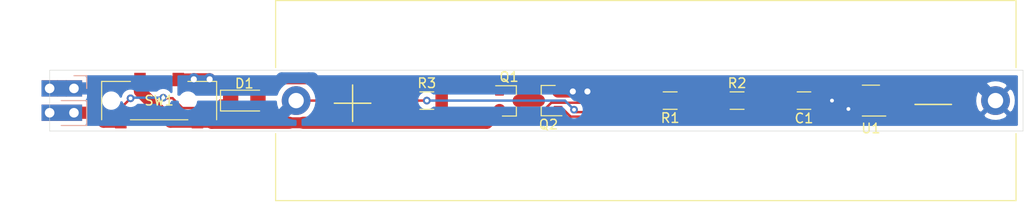
<source format=kicad_pcb>
(kicad_pcb (version 20171130) (host pcbnew "(5.1.8)-1")

  (general
    (thickness 1.6)
    (drawings 4)
    (tracks 95)
    (zones 0)
    (modules 11)
    (nets 12)
  )

  (page A4)
  (layers
    (0 F.Cu signal)
    (31 B.Cu signal)
    (32 B.Adhes user)
    (33 F.Adhes user)
    (34 B.Paste user)
    (35 F.Paste user)
    (36 B.SilkS user)
    (37 F.SilkS user)
    (38 B.Mask user)
    (39 F.Mask user)
    (40 Dwgs.User user)
    (41 Cmts.User user)
    (42 Eco1.User user)
    (43 Eco2.User user)
    (44 Edge.Cuts user)
    (45 Margin user)
    (46 B.CrtYd user)
    (47 F.CrtYd user)
    (48 B.Fab user)
    (49 F.Fab user)
  )

  (setup
    (last_trace_width 0.25)
    (user_trace_width 0.254)
    (user_trace_width 0.762)
    (user_trace_width 1.27)
    (trace_clearance 0.2)
    (zone_clearance 0.254)
    (zone_45_only no)
    (trace_min 0.2)
    (via_size 0.8)
    (via_drill 0.4)
    (via_min_size 0.4)
    (via_min_drill 0.3)
    (user_via 1.27 0.635)
    (uvia_size 0.3)
    (uvia_drill 0.1)
    (uvias_allowed no)
    (uvia_min_size 0.2)
    (uvia_min_drill 0.1)
    (edge_width 0.05)
    (segment_width 0.2)
    (pcb_text_width 0.3)
    (pcb_text_size 1.5 1.5)
    (mod_edge_width 0.12)
    (mod_text_size 1 1)
    (mod_text_width 0.15)
    (pad_size 1.524 1.524)
    (pad_drill 0.762)
    (pad_to_mask_clearance 0)
    (aux_axis_origin 0 0)
    (visible_elements 7FFFFFFF)
    (pcbplotparams
      (layerselection 0x010fc_ffffffff)
      (usegerberextensions false)
      (usegerberattributes true)
      (usegerberadvancedattributes true)
      (creategerberjobfile true)
      (excludeedgelayer true)
      (linewidth 0.100000)
      (plotframeref false)
      (viasonmask false)
      (mode 1)
      (useauxorigin false)
      (hpglpennumber 1)
      (hpglpenspeed 20)
      (hpglpendiameter 15.000000)
      (psnegative false)
      (psa4output false)
      (plotreference true)
      (plotvalue true)
      (plotinvisibletext false)
      (padsonsilk false)
      (subtractmaskfromsilk false)
      (outputformat 1)
      (mirror false)
      (drillshape 1)
      (scaleselection 1)
      (outputdirectory ""))
  )

  (net 0 "")
  (net 1 -BATT)
  (net 2 +BATT)
  (net 3 "Net-(C1-Pad2)")
  (net 4 "Net-(D1-Pad2)")
  (net 5 GND)
  (net 6 SWITCH)
  (net 7 "Net-(Q1-Pad3)")
  (net 8 "Net-(R1-Pad1)")
  (net 9 "Net-(U1-Pad4)")
  (net 10 "Net-(Q1-Pad1)")
  (net 11 "Net-(Q2-Pad1)")

  (net_class Default "This is the default net class."
    (clearance 0.2)
    (trace_width 0.25)
    (via_dia 0.8)
    (via_drill 0.4)
    (uvia_dia 0.3)
    (uvia_drill 0.1)
    (add_net +BATT)
    (add_net -BATT)
    (add_net GND)
    (add_net "Net-(C1-Pad2)")
    (add_net "Net-(D1-Pad2)")
    (add_net "Net-(Q1-Pad1)")
    (add_net "Net-(Q1-Pad3)")
    (add_net "Net-(Q2-Pad1)")
    (add_net "Net-(R1-Pad1)")
    (add_net "Net-(U1-Pad4)")
    (add_net SWITCH)
  )

  (module Package_TO_SOT_SMD:SOT-23 (layer F.Cu) (tedit 5A02FF57) (tstamp 611969F6)
    (at 153.67 104.775 180)
    (descr "SOT-23, Standard")
    (tags SOT-23)
    (path /61161C15)
    (attr smd)
    (fp_text reference Q2 (at 0 -2.5) (layer F.SilkS)
      (effects (font (size 1 1) (thickness 0.15)))
    )
    (fp_text value MOSFET (at 0 2.5) (layer F.Fab)
      (effects (font (size 1 1) (thickness 0.15)))
    )
    (fp_text user %R (at 0 0 90) (layer F.Fab)
      (effects (font (size 0.5 0.5) (thickness 0.075)))
    )
    (fp_line (start -0.7 -0.95) (end -0.7 1.5) (layer F.Fab) (width 0.1))
    (fp_line (start -0.15 -1.52) (end 0.7 -1.52) (layer F.Fab) (width 0.1))
    (fp_line (start -0.7 -0.95) (end -0.15 -1.52) (layer F.Fab) (width 0.1))
    (fp_line (start 0.7 -1.52) (end 0.7 1.52) (layer F.Fab) (width 0.1))
    (fp_line (start -0.7 1.52) (end 0.7 1.52) (layer F.Fab) (width 0.1))
    (fp_line (start 0.76 1.58) (end 0.76 0.65) (layer F.SilkS) (width 0.12))
    (fp_line (start 0.76 -1.58) (end 0.76 -0.65) (layer F.SilkS) (width 0.12))
    (fp_line (start -1.7 -1.75) (end 1.7 -1.75) (layer F.CrtYd) (width 0.05))
    (fp_line (start 1.7 -1.75) (end 1.7 1.75) (layer F.CrtYd) (width 0.05))
    (fp_line (start 1.7 1.75) (end -1.7 1.75) (layer F.CrtYd) (width 0.05))
    (fp_line (start -1.7 1.75) (end -1.7 -1.75) (layer F.CrtYd) (width 0.05))
    (fp_line (start 0.76 -1.58) (end -1.4 -1.58) (layer F.SilkS) (width 0.12))
    (fp_line (start 0.76 1.58) (end -0.7 1.58) (layer F.SilkS) (width 0.12))
    (pad 3 smd rect (at 1 0 180) (size 0.9 0.8) (layers F.Cu F.Paste F.Mask)
      (net 7 "Net-(Q1-Pad3)"))
    (pad 2 smd rect (at -1 0.95 180) (size 0.9 0.8) (layers F.Cu F.Paste F.Mask)
      (net 1 -BATT))
    (pad 1 smd rect (at -1 -0.95 180) (size 0.9 0.8) (layers F.Cu F.Paste F.Mask)
      (net 11 "Net-(Q2-Pad1)"))
    (model ${KISYS3DMOD}/Package_TO_SOT_SMD.3dshapes/SOT-23.wrl
      (at (xyz 0 0 0))
      (scale (xyz 1 1 1))
      (rotate (xyz 0 0 0))
    )
  )

  (module Package_TO_SOT_SMD:SOT-23 (layer F.Cu) (tedit 5A02FF57) (tstamp 611969E4)
    (at 149.557 104.806)
    (descr "SOT-23, Standard")
    (tags SOT-23)
    (path /61161D18)
    (attr smd)
    (fp_text reference Q1 (at 0 -2.5) (layer F.SilkS)
      (effects (font (size 1 1) (thickness 0.15)))
    )
    (fp_text value MOSFET (at 0 2.5) (layer F.Fab)
      (effects (font (size 1 1) (thickness 0.15)))
    )
    (fp_text user %R (at 0 0 90) (layer F.Fab)
      (effects (font (size 0.5 0.5) (thickness 0.075)))
    )
    (fp_line (start -0.7 -0.95) (end -0.7 1.5) (layer F.Fab) (width 0.1))
    (fp_line (start -0.15 -1.52) (end 0.7 -1.52) (layer F.Fab) (width 0.1))
    (fp_line (start -0.7 -0.95) (end -0.15 -1.52) (layer F.Fab) (width 0.1))
    (fp_line (start 0.7 -1.52) (end 0.7 1.52) (layer F.Fab) (width 0.1))
    (fp_line (start -0.7 1.52) (end 0.7 1.52) (layer F.Fab) (width 0.1))
    (fp_line (start 0.76 1.58) (end 0.76 0.65) (layer F.SilkS) (width 0.12))
    (fp_line (start 0.76 -1.58) (end 0.76 -0.65) (layer F.SilkS) (width 0.12))
    (fp_line (start -1.7 -1.75) (end 1.7 -1.75) (layer F.CrtYd) (width 0.05))
    (fp_line (start 1.7 -1.75) (end 1.7 1.75) (layer F.CrtYd) (width 0.05))
    (fp_line (start 1.7 1.75) (end -1.7 1.75) (layer F.CrtYd) (width 0.05))
    (fp_line (start -1.7 1.75) (end -1.7 -1.75) (layer F.CrtYd) (width 0.05))
    (fp_line (start 0.76 -1.58) (end -1.4 -1.58) (layer F.SilkS) (width 0.12))
    (fp_line (start 0.76 1.58) (end -0.7 1.58) (layer F.SilkS) (width 0.12))
    (pad 3 smd rect (at 1 0) (size 0.9 0.8) (layers F.Cu F.Paste F.Mask)
      (net 7 "Net-(Q1-Pad3)"))
    (pad 2 smd rect (at -1 0.95) (size 0.9 0.8) (layers F.Cu F.Paste F.Mask)
      (net 6 SWITCH))
    (pad 1 smd rect (at -1 -0.95) (size 0.9 0.8) (layers F.Cu F.Paste F.Mask)
      (net 10 "Net-(Q1-Pad1)"))
    (model ${KISYS3DMOD}/Package_TO_SOT_SMD.3dshapes/SOT-23.wrl
      (at (xyz 0 0 0))
      (scale (xyz 1 1 1))
      (rotate (xyz 0 0 0))
    )
  )

  (module Package_TO_SOT_SMD:SOT-23-6 (layer F.Cu) (tedit 5A02FF57) (tstamp 61196A53)
    (at 187.325 104.775 180)
    (descr "6-pin SOT-23 package")
    (tags SOT-23-6)
    (path /6115F741)
    (attr smd)
    (fp_text reference U1 (at 0 -2.9) (layer F.SilkS)
      (effects (font (size 1 1) (thickness 0.15)))
    )
    (fp_text value AP9101CK6 (at 0 2.9) (layer F.Fab)
      (effects (font (size 1 1) (thickness 0.15)))
    )
    (fp_line (start 0.9 -1.55) (end 0.9 1.55) (layer F.Fab) (width 0.1))
    (fp_line (start 0.9 1.55) (end -0.9 1.55) (layer F.Fab) (width 0.1))
    (fp_line (start -0.9 -0.9) (end -0.9 1.55) (layer F.Fab) (width 0.1))
    (fp_line (start 0.9 -1.55) (end -0.25 -1.55) (layer F.Fab) (width 0.1))
    (fp_line (start -0.9 -0.9) (end -0.25 -1.55) (layer F.Fab) (width 0.1))
    (fp_line (start -1.9 -1.8) (end -1.9 1.8) (layer F.CrtYd) (width 0.05))
    (fp_line (start -1.9 1.8) (end 1.9 1.8) (layer F.CrtYd) (width 0.05))
    (fp_line (start 1.9 1.8) (end 1.9 -1.8) (layer F.CrtYd) (width 0.05))
    (fp_line (start 1.9 -1.8) (end -1.9 -1.8) (layer F.CrtYd) (width 0.05))
    (fp_line (start 0.9 -1.61) (end -1.55 -1.61) (layer F.SilkS) (width 0.12))
    (fp_line (start -0.9 1.61) (end 0.9 1.61) (layer F.SilkS) (width 0.12))
    (fp_text user %R (at 0 0 90) (layer F.Fab)
      (effects (font (size 0.5 0.5) (thickness 0.075)))
    )
    (pad 5 smd rect (at 1.1 0 180) (size 1.06 0.65) (layers F.Cu F.Paste F.Mask)
      (net 3 "Net-(C1-Pad2)"))
    (pad 6 smd rect (at 1.1 -0.95 180) (size 1.06 0.65) (layers F.Cu F.Paste F.Mask)
      (net 1 -BATT))
    (pad 4 smd rect (at 1.1 0.95 180) (size 1.06 0.65) (layers F.Cu F.Paste F.Mask)
      (net 9 "Net-(U1-Pad4)"))
    (pad 3 smd rect (at -1.1 0.95 180) (size 1.06 0.65) (layers F.Cu F.Paste F.Mask)
      (net 10 "Net-(Q1-Pad1)"))
    (pad 2 smd rect (at -1.1 0 180) (size 1.06 0.65) (layers F.Cu F.Paste F.Mask)
      (net 8 "Net-(R1-Pad1)"))
    (pad 1 smd rect (at -1.1 -0.95 180) (size 1.06 0.65) (layers F.Cu F.Paste F.Mask)
      (net 11 "Net-(Q2-Pad1)"))
    (model ${KISYS3DMOD}/Package_TO_SOT_SMD.3dshapes/SOT-23-6.wrl
      (at (xyz 0 0 0))
      (scale (xyz 1 1 1))
      (rotate (xyz 0 0 0))
    )
  )

  (module electronics-li-ion-battery-board:SW_SP3T_Nidec_CL_SB_13B (layer F.Cu) (tedit 611804CB) (tstamp 61196A3D)
    (at 113.03 104.775 180)
    (descr "Ultraminiature Surface Mount Slide Switch, right-angle, https://www.ckswitches.com/media/1424/pcm.pdf")
    (path /6116450A)
    (attr smd)
    (fp_text reference SW1 (at 0 0) (layer F.SilkS)
      (effects (font (size 1 1) (thickness 0.15)))
    )
    (fp_text value SW_SP3T (at 0 4.25) (layer F.Fab)
      (effects (font (size 1 1) (thickness 0.15)))
    )
    (fp_line (start 3 2) (end 6 2) (layer F.SilkS) (width 0.12))
    (fp_line (start -6 -3) (end 6 -3) (layer F.CrtYd) (width 0.05))
    (fp_line (start 6 -3) (end 6 3) (layer F.CrtYd) (width 0.05))
    (fp_line (start -6 3) (end -6 -3) (layer F.CrtYd) (width 0.05))
    (fp_line (start -6 3) (end 6 3) (layer F.CrtYd) (width 0.05))
    (fp_line (start -3 -2) (end 3 -2) (layer F.SilkS) (width 0.12))
    (fp_line (start -6 2) (end -3 2) (layer F.SilkS) (width 0.12))
    (fp_line (start 6 -2) (end 6 2) (layer F.SilkS) (width 0.12))
    (fp_line (start -6 -2) (end -6 2) (layer F.SilkS) (width 0.12))
    (fp_text user %R (at 0 0) (layer F.Fab)
      (effects (font (size 1 1) (thickness 0.15)))
    )
    (pad "" np_thru_hole circle (at -3 0 180) (size 0.9 0.9) (drill 0.9) (layers *.Cu *.Mask))
    (pad "" np_thru_hole circle (at 5 0 180) (size 0.9 0.9) (drill 0.9) (layers *.Cu *.Mask))
    (pad 1 smd rect (at -4 -2.2 180) (size 1.2 1.4) (layers F.Cu F.Paste F.Mask)
      (net 6 SWITCH))
    (pad 2 smd rect (at -2 2.2 180) (size 1.2 1.4) (layers F.Cu F.Paste F.Mask)
      (net 1 -BATT))
    (pad 3 smd rect (at 2 2.2 180) (size 1.2 1.4) (layers F.Cu F.Paste F.Mask)
      (net 6 SWITCH))
    (pad 4 smd rect (at 4 -2.2 180) (size 1.2 1.4) (layers F.Cu F.Paste F.Mask)
      (net 5 GND))
    (model ${KISYS3DMOD}/Button_Switch_SMD.3dshapes/SW_SP3T_PCM13.wrl
      (at (xyz 0 0 0))
      (scale (xyz 1 1 1))
      (rotate (xyz 0 0 0))
    )
  )

  (module Resistor_SMD:R_1206_3216Metric_Pad1.30x1.75mm_HandSolder (layer F.Cu) (tedit 5F68FEEE) (tstamp 6119DA46)
    (at 140.97 104.775)
    (descr "Resistor SMD 1206 (3216 Metric), square (rectangular) end terminal, IPC_7351 nominal with elongated pad for handsoldering. (Body size source: IPC-SM-782 page 72, https://www.pcb-3d.com/wordpress/wp-content/uploads/ipc-sm-782a_amendment_1_and_2.pdf), generated with kicad-footprint-generator")
    (tags "resistor handsolder")
    (path /611633C6)
    (attr smd)
    (fp_text reference R3 (at 0 -1.82) (layer F.SilkS)
      (effects (font (size 1 1) (thickness 0.15)))
    )
    (fp_text value 470R (at 0 1.82) (layer F.Fab)
      (effects (font (size 1 1) (thickness 0.15)))
    )
    (fp_line (start 2.45 1.12) (end -2.45 1.12) (layer F.CrtYd) (width 0.05))
    (fp_line (start 2.45 -1.12) (end 2.45 1.12) (layer F.CrtYd) (width 0.05))
    (fp_line (start -2.45 -1.12) (end 2.45 -1.12) (layer F.CrtYd) (width 0.05))
    (fp_line (start -2.45 1.12) (end -2.45 -1.12) (layer F.CrtYd) (width 0.05))
    (fp_line (start -0.727064 0.91) (end 0.727064 0.91) (layer F.SilkS) (width 0.12))
    (fp_line (start -0.727064 -0.91) (end 0.727064 -0.91) (layer F.SilkS) (width 0.12))
    (fp_line (start 1.6 0.8) (end -1.6 0.8) (layer F.Fab) (width 0.1))
    (fp_line (start 1.6 -0.8) (end 1.6 0.8) (layer F.Fab) (width 0.1))
    (fp_line (start -1.6 -0.8) (end 1.6 -0.8) (layer F.Fab) (width 0.1))
    (fp_line (start -1.6 0.8) (end -1.6 -0.8) (layer F.Fab) (width 0.1))
    (fp_text user %R (at 0 0) (layer F.Fab)
      (effects (font (size 0.8 0.8) (thickness 0.12)))
    )
    (pad 2 smd roundrect (at 1.55 0) (size 1.3 1.75) (layers F.Cu F.Paste F.Mask) (roundrect_rratio 0.192308)
      (net 4 "Net-(D1-Pad2)"))
    (pad 1 smd roundrect (at -1.55 0) (size 1.3 1.75) (layers F.Cu F.Paste F.Mask) (roundrect_rratio 0.192308)
      (net 2 +BATT))
    (model ${KISYS3DMOD}/Resistor_SMD.3dshapes/R_1206_3216Metric.wrl
      (at (xyz 0 0 0))
      (scale (xyz 1 1 1))
      (rotate (xyz 0 0 0))
    )
  )

  (module Resistor_SMD:R_1206_3216Metric_Pad1.30x1.75mm_HandSolder (layer F.Cu) (tedit 5F68FEEE) (tstamp 61196A18)
    (at 173.355 104.775)
    (descr "Resistor SMD 1206 (3216 Metric), square (rectangular) end terminal, IPC_7351 nominal with elongated pad for handsoldering. (Body size source: IPC-SM-782 page 72, https://www.pcb-3d.com/wordpress/wp-content/uploads/ipc-sm-782a_amendment_1_and_2.pdf), generated with kicad-footprint-generator")
    (tags "resistor handsolder")
    (path /611604C2)
    (attr smd)
    (fp_text reference R2 (at 0 -1.82) (layer F.SilkS)
      (effects (font (size 1 1) (thickness 0.15)))
    )
    (fp_text value 470R (at 0 1.82) (layer F.Fab)
      (effects (font (size 1 1) (thickness 0.15)))
    )
    (fp_line (start 2.45 1.12) (end -2.45 1.12) (layer F.CrtYd) (width 0.05))
    (fp_line (start 2.45 -1.12) (end 2.45 1.12) (layer F.CrtYd) (width 0.05))
    (fp_line (start -2.45 -1.12) (end 2.45 -1.12) (layer F.CrtYd) (width 0.05))
    (fp_line (start -2.45 1.12) (end -2.45 -1.12) (layer F.CrtYd) (width 0.05))
    (fp_line (start -0.727064 0.91) (end 0.727064 0.91) (layer F.SilkS) (width 0.12))
    (fp_line (start -0.727064 -0.91) (end 0.727064 -0.91) (layer F.SilkS) (width 0.12))
    (fp_line (start 1.6 0.8) (end -1.6 0.8) (layer F.Fab) (width 0.1))
    (fp_line (start 1.6 -0.8) (end 1.6 0.8) (layer F.Fab) (width 0.1))
    (fp_line (start -1.6 -0.8) (end 1.6 -0.8) (layer F.Fab) (width 0.1))
    (fp_line (start -1.6 0.8) (end -1.6 -0.8) (layer F.Fab) (width 0.1))
    (fp_text user %R (at 0 0) (layer F.Fab)
      (effects (font (size 0.8 0.8) (thickness 0.12)))
    )
    (pad 2 smd roundrect (at 1.55 0) (size 1.3 1.75) (layers F.Cu F.Paste F.Mask) (roundrect_rratio 0.192308)
      (net 3 "Net-(C1-Pad2)"))
    (pad 1 smd roundrect (at -1.55 0) (size 1.3 1.75) (layers F.Cu F.Paste F.Mask) (roundrect_rratio 0.192308)
      (net 2 +BATT))
    (model ${KISYS3DMOD}/Resistor_SMD.3dshapes/R_1206_3216Metric.wrl
      (at (xyz 0 0 0))
      (scale (xyz 1 1 1))
      (rotate (xyz 0 0 0))
    )
  )

  (module Resistor_SMD:R_1206_3216Metric_Pad1.30x1.75mm_HandSolder (layer F.Cu) (tedit 5F68FEEE) (tstamp 61196A07)
    (at 166.37 104.775 180)
    (descr "Resistor SMD 1206 (3216 Metric), square (rectangular) end terminal, IPC_7351 nominal with elongated pad for handsoldering. (Body size source: IPC-SM-782 page 72, https://www.pcb-3d.com/wordpress/wp-content/uploads/ipc-sm-782a_amendment_1_and_2.pdf), generated with kicad-footprint-generator")
    (tags "resistor handsolder")
    (path /6116037C)
    (attr smd)
    (fp_text reference R1 (at 0 -1.82) (layer F.SilkS)
      (effects (font (size 1 1) (thickness 0.15)))
    )
    (fp_text value 2K (at 0 1.82) (layer F.Fab)
      (effects (font (size 1 1) (thickness 0.15)))
    )
    (fp_line (start 2.45 1.12) (end -2.45 1.12) (layer F.CrtYd) (width 0.05))
    (fp_line (start 2.45 -1.12) (end 2.45 1.12) (layer F.CrtYd) (width 0.05))
    (fp_line (start -2.45 -1.12) (end 2.45 -1.12) (layer F.CrtYd) (width 0.05))
    (fp_line (start -2.45 1.12) (end -2.45 -1.12) (layer F.CrtYd) (width 0.05))
    (fp_line (start -0.727064 0.91) (end 0.727064 0.91) (layer F.SilkS) (width 0.12))
    (fp_line (start -0.727064 -0.91) (end 0.727064 -0.91) (layer F.SilkS) (width 0.12))
    (fp_line (start 1.6 0.8) (end -1.6 0.8) (layer F.Fab) (width 0.1))
    (fp_line (start 1.6 -0.8) (end 1.6 0.8) (layer F.Fab) (width 0.1))
    (fp_line (start -1.6 -0.8) (end 1.6 -0.8) (layer F.Fab) (width 0.1))
    (fp_line (start -1.6 0.8) (end -1.6 -0.8) (layer F.Fab) (width 0.1))
    (fp_text user %R (at 0 0) (layer F.Fab)
      (effects (font (size 0.8 0.8) (thickness 0.12)))
    )
    (pad 2 smd roundrect (at 1.55 0 180) (size 1.3 1.75) (layers F.Cu F.Paste F.Mask) (roundrect_rratio 0.192308)
      (net 6 SWITCH))
    (pad 1 smd roundrect (at -1.55 0 180) (size 1.3 1.75) (layers F.Cu F.Paste F.Mask) (roundrect_rratio 0.192308)
      (net 8 "Net-(R1-Pad1)"))
    (model ${KISYS3DMOD}/Resistor_SMD.3dshapes/R_1206_3216Metric.wrl
      (at (xyz 0 0 0))
      (scale (xyz 1 1 1))
      (rotate (xyz 0 0 0))
    )
  )

  (module electronics-li-ion-battery-board:Castellation_1x02_P2.54mm_Vertical (layer B.Cu) (tedit 61180E8A) (tstamp 611969D2)
    (at 104.14 103.505 180)
    (descr "Through hole straight pin header, 1x02, 2.54mm pitch, single row")
    (tags "Through hole pin header THT 1x02 2.54mm single row")
    (path /6115E3AB)
    (fp_text reference J1 (at 0 2.33) (layer B.SilkS) hide
      (effects (font (size 1 1) (thickness 0.15)) (justify mirror))
    )
    (fp_text value Conn_01x02_Female (at 0 -4.87) (layer B.Fab)
      (effects (font (size 1 1) (thickness 0.15)) (justify mirror))
    )
    (fp_line (start -1.33 -3.87) (end 1.33 -3.87) (layer B.SilkS) (width 0.12))
    (fp_line (start -1.33 -1.27) (end -1.33 -3.87) (layer B.SilkS) (width 0.12))
    (fp_line (start -1.33 -1.27) (end 1.33 -1.27) (layer B.SilkS) (width 0.12))
    (fp_line (start -1.33 0) (end -1.33 1.33) (layer B.SilkS) (width 0.12))
    (fp_line (start -1.33 1.33) (end 0 1.33) (layer B.SilkS) (width 0.12))
    (fp_line (start -1.8 1.8) (end -1.8 -4.35) (layer B.CrtYd) (width 0.05))
    (fp_line (start -1.8 -4.35) (end 2.54 -4.35) (layer B.CrtYd) (width 0.05))
    (fp_line (start 2.54 -4.35) (end 2.54 1.8) (layer B.CrtYd) (width 0.05))
    (fp_line (start 2.54 1.8) (end -1.8 1.8) (layer B.CrtYd) (width 0.05))
    (pad 2 smd rect (at 1.25 -2.54 180) (size 1 1.7) (layers F.Cu F.Paste F.Mask)
      (net 5 GND))
    (pad 1 smd rect (at 1.25 0 180) (size 1 1.7) (layers F.Cu F.Paste F.Mask)
      (net 2 +BATT))
    (pad 2 smd rect (at 1.25 -2.54 180) (size 1 1.7) (layers B.Cu B.Paste)
      (net 5 GND))
    (pad 1 smd rect (at 1.25 0 180) (size 1 1.7) (layers B.Cu B.Paste B.Mask)
      (net 2 +BATT))
    (pad 2 thru_hole rect (at 2.54 -2.54 180) (size 1.7 1.7) (drill 1) (layers *.Cu *.Mask)
      (net 5 GND))
    (pad 1 thru_hole rect (at 2.54 0 180) (size 1.7 1.7) (drill 1) (layers *.Cu *.Mask)
      (net 2 +BATT))
    (pad 2 thru_hole rect (at 0 -2.54 180) (size 1.7 1.7) (drill 1) (layers *.Cu *.Mask)
      (net 5 GND))
    (pad 1 thru_hole rect (at 0 0 180) (size 1.7 1.7) (drill 1) (layers *.Cu *.Mask)
      (net 2 +BATT))
    (model ${KISYS3DMOD}/Connector_PinHeader_2.54mm.3dshapes/PinHeader_1x02_P2.54mm_Vertical.wrl
      (at (xyz 0 0 0))
      (scale (xyz 1 1 1))
      (rotate (xyz 0 0 0))
    )
  )

  (module LED_SMD:LED_1206_3216Metric_Castellated (layer F.Cu) (tedit 5F68FEF1) (tstamp 611969BD)
    (at 121.92 104.775)
    (descr "LED SMD 1206 (3216 Metric), castellated end terminal, IPC_7351 nominal, (Body size source: http://www.tortai-tech.com/upload/download/2011102023233369053.pdf), generated with kicad-footprint-generator")
    (tags "LED castellated")
    (path /611625DD)
    (attr smd)
    (fp_text reference D1 (at 0 -1.78) (layer F.SilkS)
      (effects (font (size 1 1) (thickness 0.15)))
    )
    (fp_text value LED (at 0 1.78) (layer F.Fab)
      (effects (font (size 1 1) (thickness 0.15)))
    )
    (fp_line (start 2.48 1.08) (end -2.48 1.08) (layer F.CrtYd) (width 0.05))
    (fp_line (start 2.48 -1.08) (end 2.48 1.08) (layer F.CrtYd) (width 0.05))
    (fp_line (start -2.48 -1.08) (end 2.48 -1.08) (layer F.CrtYd) (width 0.05))
    (fp_line (start -2.48 1.08) (end -2.48 -1.08) (layer F.CrtYd) (width 0.05))
    (fp_line (start -2.485 1.085) (end 1.6 1.085) (layer F.SilkS) (width 0.12))
    (fp_line (start -2.485 -1.085) (end -2.485 1.085) (layer F.SilkS) (width 0.12))
    (fp_line (start 1.6 -1.085) (end -2.485 -1.085) (layer F.SilkS) (width 0.12))
    (fp_line (start 1.6 0.8) (end 1.6 -0.8) (layer F.Fab) (width 0.1))
    (fp_line (start -1.6 0.8) (end 1.6 0.8) (layer F.Fab) (width 0.1))
    (fp_line (start -1.6 -0.4) (end -1.6 0.8) (layer F.Fab) (width 0.1))
    (fp_line (start -1.2 -0.8) (end -1.6 -0.4) (layer F.Fab) (width 0.1))
    (fp_line (start 1.6 -0.8) (end -1.2 -0.8) (layer F.Fab) (width 0.1))
    (fp_text user %R (at 0 0) (layer F.Fab)
      (effects (font (size 0.8 0.8) (thickness 0.12)))
    )
    (pad 2 smd roundrect (at 1.425 0) (size 1.6 1.65) (layers F.Cu F.Paste F.Mask) (roundrect_rratio 0.15625)
      (net 4 "Net-(D1-Pad2)"))
    (pad 1 smd roundrect (at -1.425 0) (size 1.6 1.65) (layers F.Cu F.Paste F.Mask) (roundrect_rratio 0.15625)
      (net 5 GND))
    (model ${KISYS3DMOD}/LED_SMD.3dshapes/LED_1206_3216Metric_Castellated.wrl
      (at (xyz 0 0 0))
      (scale (xyz 1 1 1))
      (rotate (xyz 0 0 0))
    )
  )

  (module Capacitor_SMD:C_1206_3216Metric_Pad1.33x1.80mm_HandSolder (layer F.Cu) (tedit 5F68FEEF) (tstamp 611969AA)
    (at 180.34 104.775 180)
    (descr "Capacitor SMD 1206 (3216 Metric), square (rectangular) end terminal, IPC_7351 nominal with elongated pad for handsoldering. (Body size source: IPC-SM-782 page 76, https://www.pcb-3d.com/wordpress/wp-content/uploads/ipc-sm-782a_amendment_1_and_2.pdf), generated with kicad-footprint-generator")
    (tags "capacitor handsolder")
    (path /6116093E)
    (attr smd)
    (fp_text reference C1 (at 0 -1.85) (layer F.SilkS)
      (effects (font (size 1 1) (thickness 0.15)))
    )
    (fp_text value 0.1u (at 0 1.85) (layer F.Fab)
      (effects (font (size 1 1) (thickness 0.15)))
    )
    (fp_line (start 2.48 1.15) (end -2.48 1.15) (layer F.CrtYd) (width 0.05))
    (fp_line (start 2.48 -1.15) (end 2.48 1.15) (layer F.CrtYd) (width 0.05))
    (fp_line (start -2.48 -1.15) (end 2.48 -1.15) (layer F.CrtYd) (width 0.05))
    (fp_line (start -2.48 1.15) (end -2.48 -1.15) (layer F.CrtYd) (width 0.05))
    (fp_line (start -0.711252 0.91) (end 0.711252 0.91) (layer F.SilkS) (width 0.12))
    (fp_line (start -0.711252 -0.91) (end 0.711252 -0.91) (layer F.SilkS) (width 0.12))
    (fp_line (start 1.6 0.8) (end -1.6 0.8) (layer F.Fab) (width 0.1))
    (fp_line (start 1.6 -0.8) (end 1.6 0.8) (layer F.Fab) (width 0.1))
    (fp_line (start -1.6 -0.8) (end 1.6 -0.8) (layer F.Fab) (width 0.1))
    (fp_line (start -1.6 0.8) (end -1.6 -0.8) (layer F.Fab) (width 0.1))
    (fp_text user %R (at 0 0) (layer F.Fab)
      (effects (font (size 0.8 0.8) (thickness 0.12)))
    )
    (pad 2 smd roundrect (at 1.5625 0 180) (size 1.325 1.8) (layers F.Cu F.Paste F.Mask) (roundrect_rratio 0.188679)
      (net 3 "Net-(C1-Pad2)"))
    (pad 1 smd roundrect (at -1.5625 0 180) (size 1.325 1.8) (layers F.Cu F.Paste F.Mask) (roundrect_rratio 0.188679)
      (net 1 -BATT))
    (model ${KISYS3DMOD}/Capacitor_SMD.3dshapes/C_1206_3216Metric.wrl
      (at (xyz 0 0 0))
      (scale (xyz 1 1 1))
      (rotate (xyz 0 0 0))
    )
  )

  (module electronics-li-ion-battery-board:BatteryHolder_CZK_1x18650 (layer F.Cu) (tedit 611809FC) (tstamp 61196999)
    (at 163.83 104.775)
    (descr "Battery holder for 18650 cylindrical cells http://www.keyelco.com/product.cfm/product_id/918")
    (tags "18650 Keystone 1042 Li-ion")
    (path /61163E17)
    (attr smd)
    (fp_text reference BT1 (at 0 9.525) (layer F.SilkS) hide
      (effects (font (size 1 1) (thickness 0.15)))
    )
    (fp_text value Battery_Cell (at 0 11.3) (layer F.Fab)
      (effects (font (size 1 1) (thickness 0.15)))
    )
    (fp_line (start -33.3675 -10.33) (end -38.53 -5.1675) (layer F.Fab) (width 0.1))
    (fp_line (start -38.64 10.44) (end -38.64 3.44) (layer F.SilkS) (width 0.12))
    (fp_line (start 38.64 10.44) (end -38.64 10.44) (layer F.SilkS) (width 0.12))
    (fp_line (start 38.64 3.44) (end 38.64 10.44) (layer F.SilkS) (width 0.12))
    (fp_line (start -38.64 -10.44) (end -38.64 -3.44) (layer F.SilkS) (width 0.12))
    (fp_line (start 38.64 -10.44) (end -38.64 -10.44) (layer F.SilkS) (width 0.12))
    (fp_line (start 38.64 -3.44) (end 38.64 -10.42) (layer F.SilkS) (width 0.12))
    (fp_line (start -38.53 10.33) (end 38.53 10.33) (layer F.Fab) (width 0.1))
    (fp_line (start -38.53 -5.1675) (end -38.53 10.33) (layer F.Fab) (width 0.1))
    (fp_line (start -33.3675 -10.33) (end 38.53 -10.33) (layer F.Fab) (width 0.1))
    (fp_line (start 38.53 -10.33) (end 38.53 10.33) (layer F.Fab) (width 0.1))
    (fp_line (start -39 10) (end 39 10) (layer F.CrtYd) (width 0.05))
    (fp_line (start -39 -10) (end 39 -10) (layer F.CrtYd) (width 0.05))
    (fp_line (start 39 -10) (end 39 10) (layer F.CrtYd) (width 0.05))
    (fp_line (start -39 -10) (end -39 10) (layer F.CrtYd) (width 0.05))
    (fp_text user - (at 30 0) (layer F.SilkS)
      (effects (font (size 5 5) (thickness 0.15)))
    )
    (fp_text user + (at -30.607 -0.127) (layer F.SilkS)
      (effects (font (size 5 5) (thickness 0.15)))
    )
    (fp_text user %R (at 0 9.525) (layer F.Fab)
      (effects (font (size 1 1) (thickness 0.15)))
    )
    (pad 2 thru_hole circle (at 36.5 0) (size 3 3) (drill 1.6) (layers *.Cu *.Mask)
      (net 1 -BATT))
    (pad 1 thru_hole circle (at -36.5 0) (size 3 3) (drill 1.6) (layers *.Cu *.Mask)
      (net 2 +BATT))
    (model ${KISYS3DMOD}/Battery.3dshapes/BatteryHolder_Keystone_1042_1x18650.wrl
      (at (xyz 0 0 0))
      (scale (xyz 1 1 1))
      (rotate (xyz 0 0 0))
    )
  )

  (gr_line (start 101.6 107.95) (end 101.6 101.6) (layer Edge.Cuts) (width 0.05) (tstamp 61199CB0))
  (gr_line (start 203.2 107.95) (end 101.6 107.95) (layer Edge.Cuts) (width 0.05))
  (gr_line (start 203.2 101.6) (end 203.2 107.95) (layer Edge.Cuts) (width 0.05))
  (gr_line (start 101.6 101.6) (end 203.2 101.6) (layer Edge.Cuts) (width 0.05))

  (segment (start 125.603 102.616) (end 125.82249 102.39651) (width 1.143) (layer B.Cu) (net 1))
  (segment (start 125.82249 102.39651) (end 128.651 102.39651) (width 1.143) (layer B.Cu) (net 1))
  (segment (start 128.651 102.39651) (end 129.06651 102.39651) (width 1.143) (layer B.Cu) (net 1))
  (via (at 184.9755 105.650001) (size 0.8) (drill 0.4) (layers F.Cu B.Cu) (net 1))
  (segment (start 185.050499 105.725) (end 184.9755 105.650001) (width 0.25) (layer F.Cu) (net 1))
  (segment (start 186.225 105.725) (end 185.050499 105.725) (width 0.25) (layer F.Cu) (net 1))
  (via (at 183.261 104.775) (size 0.8) (drill 0.4) (layers F.Cu B.Cu) (net 1))
  (segment (start 181.9025 104.775) (end 183.261 104.775) (width 0.25) (layer F.Cu) (net 1))
  (via (at 156.21 103.8225) (size 1.27) (drill 0.635) (layers F.Cu B.Cu) (net 1))
  (segment (start 156.2075 103.825) (end 156.21 103.8225) (width 1.27) (layer F.Cu) (net 1))
  (segment (start 154.67 103.825) (end 156.2075 103.825) (width 1.27) (layer F.Cu) (net 1))
  (via (at 157.734 103.8225) (size 1.27) (drill 0.635) (layers F.Cu B.Cu) (net 1))
  (segment (start 156.21 103.8225) (end 157.734 103.8225) (width 1.27) (layer F.Cu) (net 1))
  (via (at 116.6495 102.5525) (size 1.27) (drill 0.635) (layers F.Cu B.Cu) (net 1))
  (segment (start 116.627 102.575) (end 116.6495 102.5525) (width 1.27) (layer F.Cu) (net 1))
  (segment (start 115.03 102.575) (end 116.627 102.575) (width 1.27) (layer F.Cu) (net 1))
  (via (at 118.3005 102.5525) (size 1.27) (drill 0.635) (layers F.Cu B.Cu) (net 1))
  (segment (start 116.6495 102.5525) (end 118.3005 102.5525) (width 1.27) (layer F.Cu) (net 1))
  (segment (start 200.33 104.775) (end 198.552 102.997) (width 1.27) (layer B.Cu) (net 1))
  (segment (start 127.33 104.775) (end 131.165 104.775) (width 0.25) (layer F.Cu) (net 2))
  (segment (start 131.165 104.775) (end 139.42 104.775) (width 0.25) (layer F.Cu) (net 2))
  (segment (start 171.805 104.775) (end 170.815 104.775) (width 0.25) (layer F.Cu) (net 2))
  (via (at 156.337 105.724999) (size 0.8) (drill 0.4) (layers F.Cu B.Cu) (net 2))
  (segment (start 156.587011 105.97501) (end 156.337 105.724999) (width 0.25) (layer F.Cu) (net 2))
  (segment (start 169.61499 105.97501) (end 156.587011 105.97501) (width 0.25) (layer F.Cu) (net 2))
  (segment (start 170.815 104.775) (end 169.61499 105.97501) (width 0.25) (layer F.Cu) (net 2))
  (via (at 140.97 104.775) (size 0.8) (drill 0.4) (layers F.Cu B.Cu) (net 2))
  (segment (start 139.42 104.775) (end 140.97 104.775) (width 0.25) (layer F.Cu) (net 2))
  (segment (start 155.387001 104.775) (end 156.337 105.724999) (width 0.25) (layer B.Cu) (net 2))
  (segment (start 140.97 104.775) (end 155.387001 104.775) (width 0.25) (layer B.Cu) (net 2))
  (segment (start 104.14 103.505) (end 106.426 103.505) (width 1.27) (layer B.Cu) (net 2))
  (segment (start 127.33 104.775) (end 125.552 106.553) (width 1.27) (layer B.Cu) (net 2))
  (segment (start 174.905 104.775) (end 178.7775 104.775) (width 0.25) (layer F.Cu) (net 3))
  (segment (start 178.7775 104.775) (end 179.705 104.775) (width 0.25) (layer F.Cu) (net 3))
  (segment (start 180.93001 103.54999) (end 184.19499 103.54999) (width 0.25) (layer F.Cu) (net 3))
  (segment (start 179.705 104.775) (end 180.93001 103.54999) (width 0.25) (layer F.Cu) (net 3))
  (segment (start 185.42 104.775) (end 186.225 104.775) (width 0.25) (layer F.Cu) (net 3))
  (segment (start 184.19499 103.54999) (end 185.42 104.775) (width 0.25) (layer F.Cu) (net 3))
  (segment (start 142.52 103.658) (end 142.52 104.775) (width 0.25) (layer F.Cu) (net 4))
  (segment (start 141.811999 102.949999) (end 142.52 103.658) (width 0.25) (layer F.Cu) (net 4))
  (segment (start 123.745001 102.949999) (end 141.811999 102.949999) (width 0.25) (layer F.Cu) (net 4))
  (segment (start 123.345 103.35) (end 123.745001 102.949999) (width 0.25) (layer F.Cu) (net 4))
  (segment (start 123.345 104.775) (end 123.345 103.35) (width 0.25) (layer F.Cu) (net 4))
  (segment (start 109.03 106.975) (end 107.229 106.975) (width 1.27) (layer F.Cu) (net 5))
  (segment (start 106.299 106.045) (end 104.14 106.045) (width 1.27) (layer F.Cu) (net 5))
  (segment (start 107.229 106.975) (end 106.299 106.045) (width 1.27) (layer F.Cu) (net 5))
  (segment (start 120.495 104.775) (end 119.38 104.775) (width 0.25) (layer F.Cu) (net 5))
  (segment (start 118.604999 105.550001) (end 115.456001 105.550001) (width 0.25) (layer F.Cu) (net 5))
  (segment (start 119.38 104.775) (end 118.604999 105.550001) (width 0.25) (layer F.Cu) (net 5))
  (segment (start 115.456001 105.550001) (end 114.427 104.521) (width 0.25) (layer F.Cu) (net 5))
  (via (at 113.458777 104.473223) (size 0.8) (drill 0.4) (layers F.Cu B.Cu) (net 5))
  (segment (start 113.506554 104.521) (end 113.458777 104.473223) (width 0.25) (layer F.Cu) (net 5))
  (segment (start 114.427 104.521) (end 113.506554 104.521) (width 0.25) (layer F.Cu) (net 5))
  (via (at 110.046476 104.537933) (size 0.8) (drill 0.4) (layers F.Cu B.Cu) (net 5))
  (segment (start 110.111186 104.473223) (end 110.046476 104.537933) (width 0.25) (layer B.Cu) (net 5))
  (segment (start 113.458777 104.473223) (end 110.111186 104.473223) (width 0.25) (layer B.Cu) (net 5))
  (segment (start 109.03 105.554409) (end 109.03 106.975) (width 0.25) (layer F.Cu) (net 5))
  (segment (start 110.046476 104.537933) (end 109.03 105.554409) (width 0.25) (layer F.Cu) (net 5))
  (segment (start 148.557 105.756) (end 147.22301 107.08999) (width 1.27) (layer F.Cu) (net 6))
  (segment (start 147.22301 107.08999) (end 128.0795 107.08999) (width 1.27) (layer F.Cu) (net 6))
  (segment (start 167.92 104.775) (end 168.783 104.775) (width 0.25) (layer F.Cu) (net 8))
  (segment (start 187.569999 103.729997) (end 187.569999 104.638999) (width 0.25) (layer F.Cu) (net 8))
  (segment (start 186.939982 103.09998) (end 187.569999 103.729997) (width 0.25) (layer F.Cu) (net 8))
  (segment (start 170.45802 103.09998) (end 186.939982 103.09998) (width 0.25) (layer F.Cu) (net 8))
  (segment (start 168.783 104.775) (end 170.45802 103.09998) (width 0.25) (layer F.Cu) (net 8))
  (segment (start 187.706 104.775) (end 188.425 104.775) (width 0.25) (layer F.Cu) (net 8))
  (segment (start 187.569999 104.638999) (end 187.706 104.775) (width 0.25) (layer F.Cu) (net 8))
  (segment (start 118.405 106.975) (end 118.51999 107.08999) (width 1.27) (layer F.Cu) (net 6))
  (segment (start 117.03 106.975) (end 118.405 106.975) (width 1.27) (layer F.Cu) (net 6))
  (segment (start 118.51999 107.08999) (end 126.60949 107.08999) (width 1.27) (layer F.Cu) (net 6))
  (segment (start 127.85449 107.08999) (end 126.60949 107.08999) (width 1.143) (layer F.Cu) (net 6))
  (segment (start 128.0795 107.08999) (end 127.85449 107.08999) (width 1.143) (layer F.Cu) (net 6))
  (segment (start 111.03 102.575) (end 111.03 103.791) (width 1.27) (layer F.Cu) (net 6))
  (segment (start 114.214 106.975) (end 117.03 106.975) (width 1.27) (layer F.Cu) (net 6))
  (segment (start 111.03 103.791) (end 114.214 106.975) (width 1.27) (layer F.Cu) (net 6))
  (segment (start 163.957 104.775) (end 164.82 104.775) (width 0.25) (layer F.Cu) (net 6))
  (segment (start 163.732001 104.999999) (end 163.957 104.775) (width 0.25) (layer F.Cu) (net 6))
  (segment (start 153.959999 104.999999) (end 163.732001 104.999999) (width 0.25) (layer F.Cu) (net 6))
  (segment (start 153.193989 105.766009) (end 153.959999 104.999999) (width 0.25) (layer F.Cu) (net 6))
  (segment (start 148.567009 105.766009) (end 153.193989 105.766009) (width 0.25) (layer F.Cu) (net 6))
  (segment (start 148.557 105.756) (end 148.567009 105.766009) (width 0.25) (layer F.Cu) (net 6))
  (segment (start 150.588 104.775) (end 150.557 104.806) (width 1.27) (layer F.Cu) (net 7))
  (segment (start 152.67 104.775) (end 150.588 104.775) (width 1.27) (layer F.Cu) (net 7))
  (segment (start 188.425 103.335) (end 188.425 103.825) (width 0.25) (layer F.Cu) (net 10))
  (segment (start 187.73997 102.64997) (end 188.425 103.335) (width 0.25) (layer F.Cu) (net 10))
  (segment (start 150.33403 102.64997) (end 187.73997 102.64997) (width 0.25) (layer F.Cu) (net 10))
  (segment (start 149.128 103.856) (end 150.33403 102.64997) (width 0.25) (layer F.Cu) (net 10))
  (segment (start 148.557 103.856) (end 149.128 103.856) (width 0.25) (layer F.Cu) (net 10))
  (segment (start 188.425 106.215) (end 188.425 105.725) (width 0.25) (layer F.Cu) (net 11))
  (segment (start 188.19 106.45) (end 188.425 106.215) (width 0.25) (layer F.Cu) (net 11))
  (segment (start 155.988999 106.45) (end 188.19 106.45) (width 0.25) (layer F.Cu) (net 11))
  (segment (start 155.905001 106.375001) (end 155.914 106.375001) (width 0.25) (layer F.Cu) (net 11))
  (segment (start 155.255 105.725) (end 155.905001 106.375001) (width 0.25) (layer F.Cu) (net 11))
  (segment (start 155.914 106.375001) (end 155.988999 106.45) (width 0.25) (layer F.Cu) (net 11))
  (segment (start 154.67 105.725) (end 155.255 105.725) (width 0.25) (layer F.Cu) (net 11))

  (zone (net 1) (net_name -BATT) (layer B.Cu) (tstamp 0) (hatch edge 0.508)
    (connect_pads (clearance 0.508))
    (min_thickness 0.254)
    (fill yes (arc_segments 32) (thermal_gap 0.508) (thermal_bridge_width 0.508))
    (polygon
      (pts
        (xy 203.327 101.473) (xy 203.327 108.077) (xy 114.427 108.077) (xy 114.427 101.346)
      )
    )
    (filled_polygon
      (pts
        (xy 202.540001 107.29) (xy 128.016 107.29) (xy 128.016 106.801756) (xy 128.341302 106.667012) (xy 128.690983 106.433363)
        (xy 128.988363 106.135983) (xy 129.222012 105.786302) (xy 129.382953 105.397756) (xy 129.465 104.985279) (xy 129.465 104.673061)
        (xy 139.935 104.673061) (xy 139.935 104.876939) (xy 139.974774 105.076898) (xy 140.052795 105.265256) (xy 140.166063 105.434774)
        (xy 140.310226 105.578937) (xy 140.479744 105.692205) (xy 140.668102 105.770226) (xy 140.868061 105.81) (xy 141.071939 105.81)
        (xy 141.271898 105.770226) (xy 141.460256 105.692205) (xy 141.629774 105.578937) (xy 141.673711 105.535) (xy 155.0722 105.535)
        (xy 155.302 105.764801) (xy 155.302 105.826938) (xy 155.341774 106.026897) (xy 155.419795 106.215255) (xy 155.533063 106.384773)
        (xy 155.677226 106.528936) (xy 155.846744 106.642204) (xy 156.035102 106.720225) (xy 156.235061 106.759999) (xy 156.438939 106.759999)
        (xy 156.638898 106.720225) (xy 156.827256 106.642204) (xy 156.996774 106.528936) (xy 157.140937 106.384773) (xy 157.219862 106.266653)
        (xy 199.017952 106.266653) (xy 199.173962 106.582214) (xy 199.548745 106.77302) (xy 199.953551 106.887044) (xy 200.372824 106.919902)
        (xy 200.790451 106.870334) (xy 201.190383 106.740243) (xy 201.486038 106.582214) (xy 201.642048 106.266653) (xy 200.33 104.954605)
        (xy 199.017952 106.266653) (xy 157.219862 106.266653) (xy 157.254205 106.215255) (xy 157.332226 106.026897) (xy 157.372 105.826938)
        (xy 157.372 105.62306) (xy 157.332226 105.423101) (xy 157.254205 105.234743) (xy 157.140937 105.065225) (xy 156.996774 104.921062)
        (xy 156.842267 104.817824) (xy 198.185098 104.817824) (xy 198.234666 105.235451) (xy 198.364757 105.635383) (xy 198.522786 105.931038)
        (xy 198.838347 106.087048) (xy 200.150395 104.775) (xy 200.509605 104.775) (xy 201.821653 106.087048) (xy 202.137214 105.931038)
        (xy 202.32802 105.556255) (xy 202.442044 105.151449) (xy 202.474902 104.732176) (xy 202.425334 104.314549) (xy 202.295243 103.914617)
        (xy 202.137214 103.618962) (xy 201.821653 103.462952) (xy 200.509605 104.775) (xy 200.150395 104.775) (xy 198.838347 103.462952)
        (xy 198.522786 103.618962) (xy 198.33198 103.993745) (xy 198.217956 104.398551) (xy 198.185098 104.817824) (xy 156.842267 104.817824)
        (xy 156.827256 104.807794) (xy 156.638898 104.729773) (xy 156.438939 104.689999) (xy 156.376802 104.689999) (xy 155.950804 104.264002)
        (xy 155.927002 104.234999) (xy 155.811277 104.140026) (xy 155.679248 104.069454) (xy 155.535987 104.025997) (xy 155.424334 104.015)
        (xy 155.424323 104.015) (xy 155.387001 104.011324) (xy 155.349679 104.015) (xy 141.673711 104.015) (xy 141.629774 103.971063)
        (xy 141.460256 103.857795) (xy 141.271898 103.779774) (xy 141.071939 103.74) (xy 140.868061 103.74) (xy 140.668102 103.779774)
        (xy 140.479744 103.857795) (xy 140.310226 103.971063) (xy 140.166063 104.115226) (xy 140.052795 104.284744) (xy 139.974774 104.473102)
        (xy 139.935 104.673061) (xy 129.465 104.673061) (xy 129.465 104.564721) (xy 129.382953 104.152244) (xy 129.222012 103.763698)
        (xy 128.988363 103.414017) (xy 128.857693 103.283347) (xy 199.017952 103.283347) (xy 200.33 104.595395) (xy 201.642048 103.283347)
        (xy 201.486038 102.967786) (xy 201.111255 102.77698) (xy 200.706449 102.662956) (xy 200.287176 102.630098) (xy 199.869549 102.679666)
        (xy 199.469617 102.809757) (xy 199.173962 102.967786) (xy 199.017952 103.283347) (xy 128.857693 103.283347) (xy 128.690983 103.116637)
        (xy 128.341302 102.882988) (xy 127.952756 102.722047) (xy 127.540279 102.64) (xy 127.119721 102.64) (xy 126.707244 102.722047)
        (xy 126.318698 102.882988) (xy 125.969017 103.116637) (xy 125.671637 103.414017) (xy 125.437988 103.763698) (xy 125.282119 104.14)
        (xy 116.910625 104.14) (xy 116.872775 104.083353) (xy 116.721647 103.932225) (xy 116.54394 103.813485) (xy 116.346483 103.731696)
        (xy 116.136863 103.69) (xy 115.923137 103.69) (xy 115.713517 103.731696) (xy 115.51606 103.813485) (xy 115.338353 103.932225)
        (xy 115.187225 104.083353) (xy 115.149375 104.14) (xy 115.062 104.14) (xy 115.062 102.26) (xy 202.54 102.26)
      )
    )
  )
  (zone (net 2) (net_name +BATT) (layer B.Cu) (tstamp 0) (hatch edge 0.508)
    (priority 1)
    (connect_pads (clearance 0.508))
    (min_thickness 0.254)
    (fill yes (arc_segments 32) (thermal_gap 0.508) (thermal_bridge_width 0.508))
    (polygon
      (pts
        (xy 114.427 108.458) (xy 100.203 108.458) (xy 100.203 101.092) (xy 114.427 101.092)
      )
    )
    (filled_polygon
      (pts
        (xy 114.3 103.869252) (xy 114.262714 103.813449) (xy 114.118551 103.669286) (xy 113.949033 103.556018) (xy 113.760675 103.477997)
        (xy 113.560716 103.438223) (xy 113.356838 103.438223) (xy 113.156879 103.477997) (xy 112.968521 103.556018) (xy 112.799003 103.669286)
        (xy 112.755066 103.713223) (xy 110.675161 103.713223) (xy 110.536732 103.620728) (xy 110.348374 103.542707) (xy 110.148415 103.502933)
        (xy 109.944537 103.502933) (xy 109.744578 103.542707) (xy 109.55622 103.620728) (xy 109.386702 103.733996) (xy 109.242539 103.878159)
        (xy 109.129271 104.047677) (xy 109.05125 104.236035) (xy 109.028508 104.350369) (xy 108.991515 104.26106) (xy 108.872775 104.083353)
        (xy 108.721647 103.932225) (xy 108.54394 103.813485) (xy 108.346483 103.731696) (xy 108.136863 103.69) (xy 107.923137 103.69)
        (xy 107.713517 103.731696) (xy 107.51606 103.813485) (xy 107.338353 103.932225) (xy 107.187225 104.083353) (xy 107.068485 104.26106)
        (xy 106.986696 104.458517) (xy 106.945 104.668137) (xy 106.945 104.881863) (xy 106.986696 105.091483) (xy 107.068485 105.28894)
        (xy 107.187225 105.466647) (xy 107.338353 105.617775) (xy 107.51606 105.736515) (xy 107.713517 105.818304) (xy 107.923137 105.86)
        (xy 108.136863 105.86) (xy 108.346483 105.818304) (xy 108.54394 105.736515) (xy 108.721647 105.617775) (xy 108.872775 105.466647)
        (xy 108.991515 105.28894) (xy 109.073304 105.091483) (xy 109.099966 104.957442) (xy 109.129271 105.028189) (xy 109.242539 105.197707)
        (xy 109.386702 105.34187) (xy 109.55622 105.455138) (xy 109.744578 105.533159) (xy 109.944537 105.572933) (xy 110.148415 105.572933)
        (xy 110.348374 105.533159) (xy 110.536732 105.455138) (xy 110.70625 105.34187) (xy 110.814897 105.233223) (xy 112.755066 105.233223)
        (xy 112.799003 105.27716) (xy 112.968521 105.390428) (xy 113.156879 105.468449) (xy 113.356838 105.508223) (xy 113.560716 105.508223)
        (xy 113.760675 105.468449) (xy 113.949033 105.390428) (xy 114.118551 105.27716) (xy 114.262714 105.132997) (xy 114.3 105.077194)
        (xy 114.3 107.29) (xy 105.487295 107.29) (xy 105.520537 107.249494) (xy 105.579502 107.13918) (xy 105.615812 107.019482)
        (xy 105.628072 106.895) (xy 105.628072 105.195) (xy 105.615812 105.070518) (xy 105.579502 104.95082) (xy 105.520537 104.840506)
        (xy 105.466778 104.775) (xy 105.520537 104.709494) (xy 105.579502 104.59918) (xy 105.615812 104.479482) (xy 105.628072 104.355)
        (xy 105.625 103.79075) (xy 105.46625 103.632) (xy 104.267 103.632) (xy 104.267 103.652) (xy 104.013 103.652)
        (xy 104.013 103.632) (xy 102.743 103.632) (xy 102.743 103.378) (xy 104.013 103.378) (xy 104.013 103.358)
        (xy 104.267 103.358) (xy 104.267 103.378) (xy 105.46625 103.378) (xy 105.625 103.21925) (xy 105.628072 102.655)
        (xy 105.615812 102.530518) (xy 105.579502 102.41082) (xy 105.520537 102.300506) (xy 105.487295 102.26) (xy 114.3 102.26)
      )
    )
  )
  (zone (net 2) (net_name +BATT) (layer B.Cu) (tstamp 0) (hatch edge 0.508)
    (priority 1)
    (connect_pads (clearance 0.508))
    (min_thickness 0.254)
    (fill yes (arc_segments 32) (thermal_gap 0.508) (thermal_bridge_width 0.508))
    (polygon
      (pts
        (xy 127.381 108.839) (xy 113.792 108.839) (xy 113.792 104.775) (xy 127.381 104.775)
      )
    )
    (filled_polygon
      (pts
        (xy 114.986696 105.091483) (xy 115.068485 105.28894) (xy 115.187225 105.466647) (xy 115.338353 105.617775) (xy 115.51606 105.736515)
        (xy 115.713517 105.818304) (xy 115.923137 105.86) (xy 116.136863 105.86) (xy 116.346483 105.818304) (xy 116.54394 105.736515)
        (xy 116.721647 105.617775) (xy 116.872775 105.466647) (xy 116.991515 105.28894) (xy 117.073304 105.091483) (xy 117.110995 104.902)
        (xy 125.195089 104.902) (xy 125.234666 105.235451) (xy 125.364757 105.635383) (xy 125.522786 105.931038) (xy 125.838347 106.087048)
        (xy 127.023395 104.902) (xy 127.254 104.902) (xy 127.254 105.030605) (xy 126.017952 106.266653) (xy 126.173962 106.582214)
        (xy 126.548745 106.77302) (xy 126.953551 106.887044) (xy 127.254 106.91059) (xy 127.254 107.29) (xy 113.919 107.29)
        (xy 113.919 105.402868) (xy 113.949033 105.390428) (xy 114.118551 105.27716) (xy 114.262714 105.132997) (xy 114.375982 104.963479)
        (xy 114.401448 104.902) (xy 114.949005 104.902)
      )
    )
  )
)

</source>
